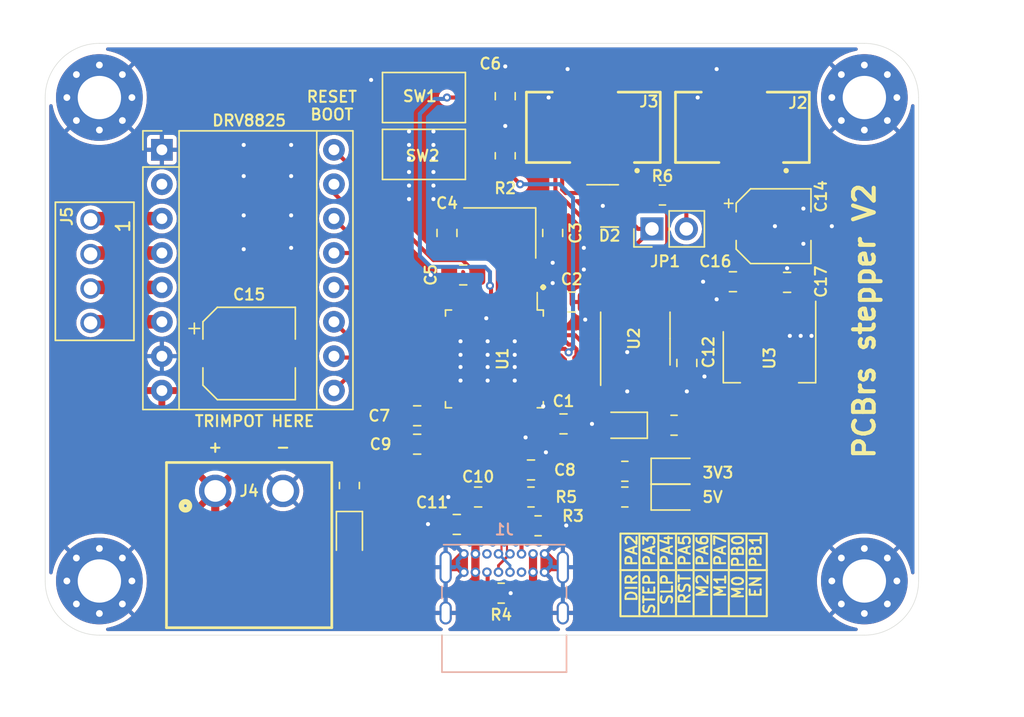
<source format=kicad_pcb>
(kicad_pcb (version 20211014) (generator pcbnew)
  (layers (0 "F.Cu" signal) (31 "B.Cu" signal) (34 "B.Paste" user) (35 "F.Paste" user) (36 "B.SilkS" user "B.Silkscreen") (37 "F.SilkS" user "F.Silkscreen") (38 "B.Mask" user) (39 "F.Mask" user) (44 "Edge.Cuts" user))
  (net 0 "")
  (net 1 "GND")
  (net 3 "Net-(A1-Pad3)")
  (net 4 "Net-(A1-Pad4)")
  (net 5 "Net-(A1-Pad5)")
  (net 6 "Net-(A1-Pad6)")
  (net 7 "+24V")
  (net 8 "/EN")
  (net 9 "/M0")
  (net 10 "/M1")
  (net 11 "/M2")
  (net 12 "/RST")
  (net 13 "/SLP")
  (net 14 "/STEP")
  (net 15 "/DIR")
  (net 16 "+3V3")
  (net 17 "Net-(C3-Pad1)")
  (net 18 "Net-(C4-Pad1)")
  (net 19 "/USB+")
  (net 20 "/USB-")
  (net 21 "+5V")
  (net 22 "/CANH")
  (net 23 "/CANL")
  (net 24 "Net-(D1-Pad1)")
  (net 25 "/USR_LED")
  (net 26 "Net-(D3-Pad1)")
  (net 27 "Net-(D4-Pad1)")
  (net 28 "Net-(D5-Pad1)")
  (net 29 "Net-(J1-PadA5)")
  (net 31 "Net-(J1-PadB5)")
  (net 33 "Net-(JP1-Pad2)")
  (net 34 "/BOOT0")
  (net 58 "/CANRX")
  (net 59 "/CANTX")
  (net 62 "/RST_M")
  (footprint "MountingHole:MountingHole_3.2mm_M3_Pad_Via" (layer "F.Cu") (at 112.25 95.7)
    (fp_text reference "H4" hide)
    (fp_text value "MountingHole_Pad")
  )
  (footprint "LED_SMD:LED_0805_2012Metric_Pad1.15x1.40mm_HandSolder" (layer "F.Cu") (at 130.7 92.43 -90)
    (fp_text reference "D3" hide)
    (fp_text value "LED_33V")
  )
  (footprint "Capacitor_SMD:C_0805_2012Metric_Pad1.18x1.45mm_HandSolder" (layer "F.Cu") (at 155.6 79.6 -90)
    (fp_text reference "C12")
    (fp_text value "100n")
  )
  (footprint "AREA_lib_Connector:690367290476" (layer "F.Cu") (at 159.7 62.2)
    (fp_text reference "J2")
    (fp_text value "CON_CAN")
  )
  (footprint "Capacitor_SMD:C_0805_2012Metric_Pad1.18x1.45mm_HandSolder" (layer "F.Cu") (at 147.1 75.1)
    (fp_text reference "C2")
    (fp_text value "100n")
  )
  (footprint "Resistor_SMD:R_0805_2012Metric_Pad1.20x1.40mm_HandSolder" (layer "F.Cu") (at 154.6575 84.2 180)
    (fp_text reference "R1" hide)
    (fp_text value "270")
  )
  (footprint "Capacitor_SMD:C_0805_2012Metric_Pad1.18x1.45mm_HandSolder" (layer "F.Cu") (at 159 73.6 180)
    (fp_text reference "C16")
    (fp_text value "10u")
  )
  (footprint "AREA_lib_Connector:Wuerth_2.54mm_4pins_61900411121" (layer "F.Cu") (at 111.6 72.83 90)
    (fp_text reference "J5")
    (fp_text value "Conn_01x04_Male")
  )
  (footprint "LED_SMD:LED_0805_2012Metric_Pad1.15x1.40mm_HandSolder" (layer "F.Cu") (at 154.825 89.5)
    (fp_text reference "D5" hide)
    (fp_text value "LED_5V")
  )
  (footprint "MountingHole:MountingHole_3.2mm_M3_Pad_Via" (layer "F.Cu") (at 112.25 60)
    (fp_text reference "H1" hide)
    (fp_text value "MountingHole_Pad")
  )
  (footprint "Resistor_SMD:R_0805_2012Metric_Pad1.20x1.40mm_HandSolder" (layer "F.Cu") (at 144.625 91.625)
    (fp_text reference "R3")
    (fp_text value "5.1k")
  )
  (footprint "MountingHole:MountingHole_3.2mm_M3_Pad_Via" (layer "F.Cu") (at 168.7 95.7)
    (fp_text reference "H3" hide)
    (fp_text value "MountingHole_Pad")
  )
  (footprint "Capacitor_SMD:C_0805_2012Metric_Pad1.18x1.45mm_HandSolder" (layer "F.Cu") (at 139.1 73.1 180)
    (fp_text reference "C5")
    (fp_text value "100n")
  )
  (footprint "Capacitor_SMD:CP_Elec_6.3x5.4" (layer "F.Cu") (at 123.3 78.9)
    (fp_text reference "C15")
    (fp_text value "47u")
  )
  (footprint "Resistor_SMD:R_0805_2012Metric_Pad1.20x1.40mm_HandSolder" (layer "F.Cu") (at 144.1 89.5 180)
    (fp_text reference "R5")
    (fp_text value "1.5k")
  )
  (footprint "Capacitor_SMD:C_0805_2012Metric_Pad1.18x1.45mm_HandSolder" (layer "F.Cu") (at 145.7 70 -90)
    (fp_text reference "C3")
    (fp_text value "18p")
  )
  (footprint "Capacitor_SMD:C_0805_2012Metric_Pad1.18x1.45mm_HandSolder" (layer "F.Cu") (at 140.2 89.5 180)
    (fp_text reference "C10")
    (fp_text value "47p")
  )
  (footprint "Module:Pololu_Breakout-16_15.2x20.3mm" (layer "F.Cu") (at 116.86 63.86)
    (fp_text reference "A1" hide)
    (fp_text value "Pololu_Breakout_DRV8825")
  )
  (footprint "Capacitor_SMD:C_0805_2012Metric_Pad1.18x1.45mm_HandSolder" (layer "F.Cu") (at 135.7 83.5 180)
    (fp_text reference "C7")
    (fp_text value "10u")
  )
  (footprint "Capacitor_SMD:C_0805_2012Metric_Pad1.18x1.45mm_HandSolder" (layer "F.Cu") (at 137.9 70 90)
    (fp_text reference "C4")
    (fp_text value "18p")
  )
  (footprint "Crystal:Crystal_SMD_5032-4Pin_5.0x3.2mm" (layer "F.Cu") (at 141.8 70 180)
    (fp_text reference "Y1" hide)
    (fp_text value "8MHz")
  )
  (footprint "Button_Switch_SMD:SW_SPST_CK_RS282G05A3" (layer "F.Cu") (at 136.2 64.2)
    (fp_text reference "SW2")
    (fp_text value "BOOT")
  )
  (footprint "LED_SMD:LED_0805_2012Metric" (layer "F.Cu") (at 151 84.2 180)
    (fp_text reference "D1" hide)
    (fp_text value "LED_DEBUG")
  )
  (footprint "Resistor_SMD:R_0805_2012Metric_Pad1.20x1.40mm_HandSolder" (layer "F.Cu") (at 151.025 87.6)
    (fp_text reference "R8" hide)
    (fp_text value "270")
  )
  (footprint "Package_TO_SOT_SMD:SOT-23" (layer "F.Cu") (at 149.9 68)
    (fp_text reference "D2")
    (fp_text value "TVS")
  )
  (footprint "Resistor_SMD:R_0805_2012Metric_Pad1.20x1.40mm_HandSolder" (layer "F.Cu") (at 141.9 96.6)
    (fp_text reference "R4")
    (fp_text value "5.1k")
  )
  (footprint "Resistor_SMD:R_0805_2012Metric_Pad1.20x1.40mm_HandSolder" (layer "F.Cu") (at 151.025 89.5)
    (fp_text reference "R9" hide)
    (fp_text value "560")
  )
  (footprint "Resistor_SMD:R_0805_2012Metric_Pad1.20x1.40mm_HandSolder" (layer "F.Cu") (at 153.8 67.2)
    (fp_text reference "R6")
    (fp_text value "120")
  )
  (footprint "Package_TO_SOT_SMD:SOT-223-3_TabPin2" (layer "F.Cu") (at 161.7 79.15 -90)
    (fp_text reference "U3")
    (fp_text value "NCP1117-3.3_SOT223")
  )
  (footprint "Package_SO:SOIC-8_3.9x4.9mm_P1.27mm" (layer "F.Cu") (at 151.8 77.8 90)
    (fp_text reference "U2")
    (fp_text value "SN65HVD232")
  )
  (footprint "Capacitor_SMD:C_0805_2012Metric_Pad1.18x1.45mm_HandSolder" (layer "F.Cu") (at 138.625 91.525 180)
    (fp_text reference "C11")
    (fp_text value "10u")
  )
  (footprint "AREA_lib_Connector:690367290476" (layer "F.Cu") (at 148.7 62.2)
    (fp_text reference "J3")
    (fp_text value "CON_CAN")
  )
  (footprint "Capacitor_SMD:C_0805_2012Metric_Pad1.18x1.45mm_HandSolder" (layer "F.Cu") (at 146.5 84.1)
    (fp_text reference "C1")
    (fp_text value "100n")
  )
  (footprint "Capacitor_SMD:C_0805_2012Metric_Pad1.18x1.45mm_HandSolder" (layer "F.Cu") (at 135.7 85.6 180)
    (fp_text reference "C9")
    (fp_text value "100n")
  )
  (footprint "Resistor_SMD:R_0805_2012Metric_Pad1.20x1.40mm_HandSolder" (layer "F.Cu") (at 130.7 88.65 -90)
    (fp_text reference "R7" hide)
    (fp_text value "10k")
  )
  (footprint "Capacitor_SMD:C_0805_2012Metric_Pad1.18x1.45mm_HandSolder" (layer "F.Cu") (at 163 73.65)
    (fp_text reference "C17")
    (fp_text value "10u")
  )
  (footprint "AREA_lib_Connector:Wuerth_batcon_691313710002" (layer "F.Cu") (at 123.3 89.05)
    (fp_text reference "J4")
    (fp_text value "12V")
  )
  (footprint "Connector_PinHeader_2.54mm:PinHeader_1x02_P2.54mm_Vertical" (layer "F.Cu") (at 153.025 69.7 90)
    (fp_text reference "JP1")
    (fp_text value "JUMPER")
  )
  (footprint "Capacitor_SMD:C_0805_2012Metric_Pad1.18x1.45mm_HandSolder" (layer "F.Cu") (at 142.2 59.9 90)
    (fp_text reference "C6")
    (fp_text value "100n")
  )
  (footprint "Capacitor_SMD:C_0805_2012Metric_Pad1.18x1.45mm_HandSolder" (layer "F.Cu") (at 144.1 87.5)
    (fp_text reference "C8")
    (fp_text value "47p")
  )
  (footprint "LED_SMD:LED_0805_2012Metric_Pad1.15x1.40mm_HandSolder" (layer "F.Cu") (at 154.825 87.6)
    (fp_text reference "D4" hide)
    (fp_text value "LED_33V")
  )
  (footprint "MountingHole:MountingHole_3.2mm_M3_Pad_Via" (layer "F.Cu") (at 168.7 60)
    (fp_text reference "H2" hide)
    (fp_text value "MountingHole_Pad")
  )
  (footprint "Button_Switch_SMD:SW_SPST_CK_RS282G05A3" (layer "F.Cu") (at 136.2 60)
    (fp_text reference "SW1")
    (fp_text value "RST")
  )
  (footprint "Package_QFP:LQFP-48_7x7mm_P0.5mm" (layer "F.Cu") (at 141.4 79.3 -90)
    (fp_text reference "U1")
    (fp_text value "STM32F302C6Tx")
  )
  (footprint "Capacitor_SMD:CP_Elec_5x5.4" (layer "F.Cu") (at 162 69.5)
    (fp_text reference "C14")
    (fp_text value "10u")
  )
  (footprint "Resistor_SMD:R_0805_2012Metric_Pad1.20x1.40mm_HandSolder" (layer "F.Cu") (at 142.2 64.3 -90)
    (fp_text reference "R2")
    (fp_text value "10k")
  )
  (footprint "Connector_USB:USB_C_Receptacle_GCT_USB4085" (layer "B.Cu") (at 145.1 93.7 180)
    (fp_text reference "J1")
    (fp_text value "USB_C_Receptacle_USB2.0")
  )
  (gr_line (start 160 92.2) (end 160 98.3) (layer "F.SilkS") (width 0.1524))
  (gr_line (start 150.7 94.9) (end 150.7 98.3) (layer "F.SilkS") (width 0.1524))
  (gr_line (start 153.5 92.2) (end 153.5 98.3) (layer "F.SilkS") (width 0.1524))
  (gr_line (start 150.7 94.9) (end 161.5 94.9) (layer "F.SilkS") (width 0.1524))
  (gr_line (start 156.1 92.2) (end 156.1 98.3) (layer "F.SilkS") (width 0.1524))
  (gr_line (start 157.4 92.2) (end 157.4 98.3) (layer "F.SilkS") (width 0.1524))
  (gr_line (start 161.5 94.9) (end 161.5 92.2) (layer "F.SilkS") (width 0.1524))
  (gr_line (start 158.7 92.2) (end 158.7 98.3) (layer "F.SilkS") (width 0.1524))
  (gr_line (start 150.7 92.2) (end 150.7 94.9) (layer "F.SilkS") (width 0.1524))
  (gr_line (start 150.7 98.3) (end 161.5 98.3) (layer "F.SilkS") (width 0.1524))
  (gr_line (start 154.8 92.2) (end 154.8 98.3) (layer "F.SilkS") (width 0.1524))
  (gr_line (start 152.1 92.2) (end 152.1 98.3) (layer "F.SilkS") (width 0.1524))
  (gr_line (start 161.5 98.3) (end 161.5 94.9) (layer "F.SilkS") (width 0.1524))
  (gr_line (start 161.5 92.2) (end 150.7 92.2) (layer "F.SilkS") (width 0.1524))
  (gr_line (start 172.7 60) (end 172.7 95.7) (layer "Edge.Cuts") (width 0.0381))
  (gr_arc (start 112.25 99.7) (mid 109.421573 98.528427) (end 108.25 95.7) (layer "Edge.Cuts") (width 0.0381))
  (gr_line (start 112.25 56) (end 168.7 56) (layer "Edge.Cuts") (width 0.0381))
  (gr_line (start 108.25 95.7) (end 108.25 60) (layer "Edge.Cuts") (width 0.0381))
  (gr_arc (start 168.7 56) (mid 171.528427 57.171573) (end 172.7 60) (layer "Edge.Cuts") (width 0.0381))
  (gr_arc (start 108.25 60) (mid 109.421573 57.171573) (end 112.25 56) (layer "Edge.Cuts") (width 0.0381))
  (gr_arc (start 172.7 95.7) (mid 171.528427 98.528427) (end 168.7 99.7) (layer "Edge.Cuts") (width 0.0381))
  (gr_line (start 168.7 99.7) (end 112.25 99.7) (layer "Edge.Cuts") (width 0.0381))
  (gr_text ".\n" (at 145 73.4) (layer "F.SilkS") (effects (font (size 1.5 1.5) (thickness 0.3))))
  (gr_text "3V3" (at 157.9 87.7) (layer "F.SilkS") (effects (font (size 0.8128 0.8128) (thickness 0.1524))))
  (gr_text "DRV8825" (at 123.3 61.7) (layer "F.SilkS") (effects (font (size 0.8128 0.8128) (thickness 0.1524))))
  (gr_text "DIR PA2\nSTEP PA3\nSLP PA4\nRST PA5\nM2 PA6\nM1 PA7\nM0 PB0\nEN PB1" (at 156.1 92.2 90) (layer "F.SilkS") (effects (font (size 0.8128 0.8128) (thickness 0.1524)) (justify right)))
  (gr_text "PCBrs stepper V2" (at 168.7 76.5 90) (layer "F.SilkS") (effects (font (size 1.524 1.524) (thickness 0.3048))))
  (gr_text "-\n" (at 125.8 85.8) (layer "F.SilkS") (effects (font (size 0.8128 0.8128) (thickness 0.1524))))
  (gr_text "5V" (at 157.5 89.5) (layer "F.SilkS") (effects (font (size 0.8128 0.8128) (thickness 0.1524))))
  (gr_text "RESET\nBOOT" (at 129.4 60.6) (layer "F.SilkS") (effects (font (size 0.8128 0.8128) (thickness 0.1524))))
  (gr_text "TRIMPOT HERE" (at 123.7 83.9) (layer "F.SilkS") (effects (font (size 0.8128 0.8128) (thickness 0.1524))))
  (gr_text "+" (at 120.8 85.8) (layer "F.SilkS") (effects (font (size 0.8128 0.8128) (thickness 0.1524))))
  (segment (start 146.45 94.68) (end 146.08 94.68) (width 0.6) (layer "F.Cu") (net 1))
  (segment (start 145.1 93.7) (end 145.1 95.05) (width 0.6) (layer "F.Cu") (net 1))
  (segment (start 143.65 83.4625) (end 143.65 85.05) (width 0.3) (layer "F.Cu") (net 1))
  (segment (start 135.45 81.55) (end 135.4 81.6) (width 0.3) (layer "F.Cu") (net 1))
  (segment (start 137.8 94.68) (end 138.17 94.68) (width 0.6) (layer "F.Cu") (net 1))
  (segment (start 140.65 75.1375) (end 140.65 76.15) (width 0.3) (layer "F.Cu") (net 1))
  (segment (start 164 73.6875) (end 164.0375 73.65) (width 1) (layer "F.Cu") (net 1))
  (segment (start 145.5625 77.05) (end 147.45 77.05) (width 0.3) (layer "F.Cu") (net 1))
  (segment (start 145.47 94.68) (end 145.1 95.05) (width 0.6) (layer "F.Cu") (net 1))
  (segment (start 146.08 94.68) (end 145.1 93.7) (width 0.6) (layer "F.Cu") (net 1))
  (segment (start 137.2375 81.55) (end 138.25 81.55) (width 0.3) (layer "F.Cu") (net 1))
  (segment (start 164 76) (end 164 73.6875) (width 1) (layer "F.Cu") (net 1))
  (segment (start 138.17 94.68) (end 139.15 93.7) (width 0.6) (layer "F.Cu") (net 1))
  (segment (start 143.65 85.05) (end 143.7 85.1) (width 0.3) (layer "F.Cu") (net 1))
  (segment (start 146.45 94.68) (end 145.47 94.68) (width 0.6) (layer "F.Cu") (net 1))
  (segment (start 139.15 95.05) (end 139.15 93.7) (width 0.6) (layer "F.Cu") (net 1))
  (segment (start 138.25 81.55) (end 138.9 80.9) (width 0.3) (layer "F.Cu") (net 1))
  (segment (start 140.65 76.15) (end 140.8 76.3) (width 0.3) (layer "F.Cu") (net 1))
  (segment (start 137.2375 81.55) (end 135.45 81.55) (width 0.3) (layer "F.Cu") (net 1))
  (segment (start 138.78 94.68) (end 139.15 95.05) (width 0.6) (layer "F.Cu") (net 1))
  (segment (start 147.45 77.05) (end 148.1 76.4) (width 0.3) (layer "F.Cu") (net 1))
  (segment (start 137.8 94.68) (end 138.78 94.68) (width 0.6) (layer "F.Cu") (net 1))
  (via (at 136.9 64.5) (size 0.6) (drill 0.3) (layers "F.Cu" "B.Cu") (net 1))
  (via (at 136.9 65.5) (size 0.6) (drill 0.3) (layers "F.Cu" "B.Cu") (net 1))
  (via (at 126.4 63.5) (size 0.6) (drill 0.3) (layers "F.Cu" "B.Cu") (net 1))
  (via (at 166.3 69.5) (size 0.6) (drill 0.3) (layers "F.Cu" "B.Cu") (net 1))
  (via (at 156.9 80.6) (size 0.6) (drill 0.3) (layers "F.Cu" "B.Cu") (net 1))
  (via (at 126.4 68.7) (size 0.6) (drill 0.3) (layers "F.Cu" "B.Cu") (net 1))
  (via (at 142.6 96.6) (size 0.6) (drill 0.3) (layers "F.Cu" "B.Cu") (net 1))
  (via (at 146.7 91.6) (size 0.6) (drill 0.3) (layers "F.Cu" "B.Cu") (net 1))
  (via (at 142.2 62.1) (size 0.6) (drill 0.3) (layers "F.Cu" "B.Cu") (net 1))
  (via (at 148 72.7) (size 0.6) (drill 0.3) (layers "F.Cu" "B.Cu") (net 1))
  (via (at 136.9 66.5) (size 0.6) (drill 0.3) (layers "F.Cu" "B.Cu") (net 1))
  (via (at 145.7 72.2) (size 0.6) (drill 0.3) (layers "F.Cu" "B.Cu") (net 1))
  (via (at 138 89.5) (size 0.6) (drill 0.3) (layers "F.Cu" "B.Cu") (net 1))
  (via (at 138.9 80.9) (size 0.6) (drill 0.3) (layers "F.Cu" "B.Cu") (net 1))
  (via (at 146.8 57.9) (size 0.6) (drill 0.3) (layers "F.Cu" "B.Cu") (net 1))
  (via (at 151.2 78.8) (size 0.6) (drill 0.3) (layers "F.Cu" "B.Cu") (net 1))
  (via (at 122.9 65.8) (size 0.6) (drill 0.3) (layers "F.Cu" "B.Cu") (net 1))
  (via (at 142.9 78) (size 0.6) (drill 0.3) (layers "F.Cu" "B.Cu") (net 1))
  (via (at 142.9 79.9) (size 0.6) (drill 0.3) (layers "F.Cu" "B.Cu") (net 1))
  (via (at 156.4 60) (size 0.6) (drill 0.3) (layers "F.Cu" "B.Cu") (net 1))
  (via (at 162.1 69.5) (size 0.6) (drill 0.3) (layers "F.Cu" "B.Cu") (net 1))
  (via (at 136.9 62.5) (size 0.6) (drill 0.3) (layers "F.Cu" "B.Cu") (net 1))
  (via (at 140.9 80.9) (size 0.6) (drill 0.3) (layers "F.Cu" "B.Cu") (net 1))
  (via (at 135.1 66.5) (size 0.6) (drill 0.3) (layers "F.Cu" "B.Cu") (net 1))
  (via (at 142.2 57.7) (size 0.6) (drill 0.3) (layers "F.Cu" "B.Cu") (net 1))
  (via (at 126.4 71.1) (size 0.6) (drill 0.3) (layers "F.Cu" "B.Cu") (net 1))
  (via (at 122.9 68.7) (size 0.6) (drill 0.3) (layers "F.Cu" "B.Cu") (net 1))
  (via (at 140.8 76.3) (size 0.6) (drill 0.3) (layers "F.Cu" "B.Cu") (net 1))
  (via (at 136.9 63.5) (size 0.6) (drill 0.3) (layers "F.Cu" "B.Cu") (net 1))
  (via (at 157.8 57.9) (size 0.6) (drill 0.3) (layers "F.Cu" "B.Cu") (net 1))
  (via (at 132.3 58.7) (size 0.6) (drill 0.3) (layers "F.Cu" "B.Cu") (net 1))
  (via (at 164 77.6) (size 0.6) (drill 0.3) (layers "F.Cu" "B.Cu") (net 1))
  (via (at 155.6 81.7) (size 0.6) (drill 0.3) (layers "F.Cu" "B.Cu") (net 1))
  (via (at 135.1 67.5) (size 0.6) (drill 0.3) (layers "F.Cu" "B.Cu") (net 1))
  (via (at 126.4 65.8) (size 0.6) (drill 0.3) (layers "F.Cu" "B.Cu") (net 1))
  (via (at 122.9 71.2) (size 0.6) (drill 0.3) (layers "F.Cu" "B.Cu") (net 1))
  (via (at 156.8 73.6) (size 0.6) (drill 0.3) (layers "F.Cu" "B.Cu") (net 1))
  (via (at 164.8 77.6) (size 0.6) (drill 0.3) (layers "F.Cu" "B.Cu") (net 1))
  (via (at 136.7 73.1) (size 0.6) (drill 0.3) (layers "F.Cu" "B.Cu") (net 1))
  (via (at 122.9 63.5) (size 0.6) (drill 0.3) (layers "F.Cu" "B.Cu") (net 1))
  (via (at 138.9 79.9) (size 0.6) (drill 0.3) (layers "F.Cu" "B.Cu") (net 1))
  (via (at 136.9 67.5) (size 0.6) (drill 0.3) (layers "F.Cu" "B.Cu") (net 1))
  (via (at 135.1 62.5) (size 0.6) (drill 0.3) (layers "F.Cu" "B.Cu") (net 1))
  (via (at 157.8 74.9) (size 0.6) (drill 0.3) (layers "F.Cu" "B.Cu") (net 1))
  (via (at 164.2 68.2) (size 0.6) (drill 0.3) (layers "F.Cu" "B.Cu") (net 1))
  (via (at 135.1 63.5) (size 0.6) (drill 0.3) (layers "F.Cu" "B.Cu") (net 1))
  (via (at 145.2 86.2) (size 0.6) (drill 0.3) (layers "F.Cu" "B.Cu") (net 1))
  (via (at 151.2 81.7) (size 0.6) (drill 0.3) (layers "F.Cu" "B.Cu") (net 1))
  (via (at 138.9 78) (size 0.6) (drill 0.3) (layers "F.Cu" "B.Cu") (net 1))
  (via (at 145 82.8) (size 0.6) (drill 0.3) (layers "F.Cu" "B.Cu") (net 1))
  (via (at 140.9 78) (size 0.6) (drill 0.3) (layers "F.Cu" "B.Cu") (net 1))
  (via (at 142.9 79) (size 0.6) (drill 0.3) (layers "F.Cu" "B.Cu") (net 1))
  (via (at 148 71.1) (size 0.6) (drill 0.3) (layers "F.Cu" "B.Cu") (net 1))
  (via (at 135.1 64.5) (size 0.6) (drill 0.3) (layers "F.Cu" "B.Cu") (net 1))
  (via (at 136.5 91.5) (size 0.6) (drill 0.3) (layers "F.Cu" "B.Cu") (net 1))
  (via (at 148.6 84.1) (size 0.6) (drill 0.3) (layers "F.Cu" "B.Cu") (net 1))
  (via (at 140.9 79) (size 0.6) (drill 0.3) (layers "F.Cu" "B.Cu") (net 1))
  (via (at 135.1 65.5) (size 0.6) (drill 0.3) (layers "F.Cu" "B.Cu") (net 1))
  (via (at 145.4 60) (size 0.6) (drill 0.3) (layers "F.Cu" "B.Cu") (net 1))
  (via (at 142.9 80.9) (size 0.6) (drill 0.3) (layers "F.Cu" "B.Cu") (net 1))
  (via (at 163.2 77.6) (size 0.6) (drill 0.3) (layers "F.Cu" "B.Cu") (net 1))
  (via (at 140.9 79.9) (size 0.6) (drill 0.3) (layers "F.Cu" "B.Cu") (net 1))
  (via (at 164.2 70.8) (size 0.6) (drill 0.3) (layers "F.Cu" "B.Cu") (net 1))
  (via (at 138.9 79) (size 0.6) (drill 0.3) (layers "F.Cu" "B.Cu") (net 1))
  (via (at 148.1 76.4) (size 0.6) (drill 0.3) (layers "F.Cu" "B.Cu") (net 1))
  (via (at 143.7 85.1) (size 0.6) (drill 0.3) (layers "F.Cu" "B.Cu") (net 1))
  (via (at 145.7 73.7) (size 0.6) (drill 0.3) (layers "F.Cu" "B.Cu") (net 1))
  (via (at 163 72.6) (size 0.6) (drill 0.3) (layers "F.Cu" "B.Cu") (net 1))
  (via (at 149.4 68) (size 0.6) (drill 0.3) (layers "F.Cu" "B.Cu") (net 1))
  (segment (start 111.68 68.94) (end 111.6 69.02) (width 1) (layer "F.Cu") (net 3))
  (segment (start 116.86 68.94) (end 111.68 68.94) (width 1) (layer "F.Cu") (net 3))
  (segment (start 111.68 71.48) (end 111.6 71.56) (width 1) (layer "F.Cu") (net 4))
  (segment (start 116.86 71.48) (end 111.68 71.48) (width 1) (layer "F.Cu") (net 4))
  (segment (start 111.68 74.02) (end 111.6 74.1) (width 1) (layer "F.Cu") (net 5))
  (segment (start 116.86 74.02) (end 111.68 74.02) (width 1) (layer "F.Cu") (net 5))
  (segment (start 116.86 76.56) (end 111.68 76.56) (width 1) (layer "F.Cu") (net 6))
  (segment (start 111.68 76.56) (end 111.6 76.64) (width 1) (layer "F.Cu") (net 6))
  (segment (start 122.055 93.455) (end 130.7 93.455) (width 0.6) (layer "F.Cu") (net 7))
  (segment (start 120.8 89.05) (end 120.8 92.2) (width 0.6) (layer "F.Cu") (net 7))
  (segment (start 120.8 92.2) (end 122.055 93.455) (width 0.6) (layer "F.Cu") (net 7))
  (segment (start 131.65 79.55) (end 129.56 81.64) (width 0.3) (layer "F.Cu") (net 8))
  (segment (start 137.2375 79.55) (end 131.65 79.55) (width 0.3) (layer "F.Cu") (net 8))
  (segment (start 131.45 79.05) (end 137.2375 79.05) (width 0.3) (layer "F.Cu") (net 9))
  (segment (start 131.3 79.2) (end 131.45 79.05) (width 0.3) (layer "F.Cu") (net 9))
  (segment (start 129.56 79.1) (end 129.66 79.2) (width 0.3) (layer "F.Cu") (net 9))
  (segment (start 129.66 79.2) (end 131.3 79.2) (width 0.3) (layer "F.Cu") (net 9))
  (segment (start 129.56 76.56) (end 131.55 78.55) (width 0.3) (layer "F.Cu") (net 10))
  (segment (start 131.55 78.55) (end 137.2375 78.55) (width 0.3) (layer "F.Cu") (net 10))
  (segment (start 131.2 76.7) (end 132.55 78.05) (width 0.3) (layer "F.Cu") (net 11))
  (segment (start 132.55 78.05) (end 137.2375 78.05) (width 0.3) (layer "F.Cu") (net 11))
  (segment (start 131.2 74.6) (end 131.2 76.7) (width 0.3) (layer "F.Cu") (net 11))
  (segment (start 129.56 74.02) (end 130.62 74.02) (width 0.3) (layer "F.Cu") (net 11))
  (segment (start 130.62 74.02) (end 131.2 74.6) (width 0.3) (layer "F.Cu") (net 11))
  (segment (start 141.2625 60) (end 142.2 60.9375) (width 0.3) (layer "F.Cu") (net 12))
  (segment (start 140.1 60) (end 137.9 60) (width 0.3) (layer "F.Cu") (net 12))
  (segment (start 140.1 60) (end 141.2625 60) (width 0.3) (layer "F.Cu") (net 12))
  (segment (start 141.15 73.968643) (end 141.072883 73.891526) (width 0.3) (layer "F.Cu") (net 12))
  (segment (start 141.15 75.1375) (end 141.15 73.968643) (width 0.3) (layer "F.Cu") (net 12))
  (via (at 141.072883 73.891526) (size 0.6) (drill 0.3) (layers "F.Cu" "B.Cu") (net 12))
  (via (at 137.9 60) (size 0.6) (drill 0.3) (layers "F.Cu" "B.Cu") (net 12))
  (segment (start 136.7 72.5) (end 135.9 71.7) (width 0.3) (layer "B.Cu") (net 12))
  (segment (start 135.9 71.7) (end 135.9 61.2) (width 0.3) (layer "B.Cu") (net 12))
  (segment (start 137.8 60.1) (end 137.9 60) (width 0.3) (layer "B.Cu") (net 12))
  (segment (start 141.072883 72.872883) (end 140.7 72.5) (width 0.3) (layer "B.Cu") (net 12))
  (segment (start 141.072883 73.891526) (end 141.072883 72.872883) (width 0.3) (layer "B.Cu") (net 12))
  (segment (start 140.7 72.5) (end 136.7 72.5) (width 0.3) (layer "B.Cu") (net 12))
  (segment (start 135.9 61.2) (end 137 60.1) (width 0.3) (layer "B.Cu") (net 12))
  (segment (start 137 60.1) (end 137.8 60.1) (width 0.3) (layer "B.Cu") (net 12))
  (segment (start 133 72.38) (end 133 75.8) (width 0.3) (layer "F.Cu") (net 13))
  (segment (start 134.25 77.05) (end 137.2375 77.05) (width 0.3) (layer "F.Cu") (net 13))
  (segment (start 129.56 68.94) (end 133 72.38) (width 0.3) (layer "F.Cu") (net 13))
  (segment (start 133 75.8) (end 134.25 77.05) (width 0.3) (layer "F.Cu") (net 13))
  (segment (start 133.9 75.3) (end 135.15 76.55) (width 0.3) (layer "F.Cu") (net 14))
  (segment (start 135.15 76.55) (end 137.2375 76.55) (width 0.3) (layer "F.Cu") (net 14))
  (segment (start 133.9 71.4) (end 133.9 75.3) (width 0.3) (layer "F.Cu") (net 14))
  (segment (start 129.56 67.06) (end 133.9 71.4) (width 0.3) (layer "F.Cu") (net 14))
  (segment (start 129.56 66.4) (end 129.56 67.06) (width 0.3) (layer "F.Cu") (net 14))
  (segment (start 131.4 67.518411) (end 134.8 70.918411) (width 0.3) (layer "F.Cu") (net 15))
  (segment (start 134.8 74.3) (end 135.6375 75.1375) (width 0.3) (layer "F.Cu") (net 15))
  (segment (start 131.4 65.7) (end 131.4 67.518411) (width 0.3) (layer "F.Cu") (net 15))
  (segment (start 129.56 63.86) (end 131.4 65.7) (width 0.3) (layer "F.Cu") (net 15))
  (segment (start 135.6375 75.1375) (end 138.65 75.1375) (width 0.3) (layer "F.Cu") (net 15))
  (segment (start 134.8 70.918411) (end 134.8 74.3) (width 0.3) (layer "F.Cu") (net 15))
  (segment (start 140.15 76.536007) (end 140.540494 76.926501) (width 0.4) (layer "F.Cu") (net 16))
  (segment (start 152.5375 78.5625) (end 155.6 78.5625) (width 0.6) (layer "F.Cu") (net 16))
  (segment (start 136.7375 83.5) (end 136.7375 82.05) (width 0.3) (layer "F.Cu") (net 16))
  (segment (start 140.1375 73.1) (end 139.0375 72) (width 0.3) (layer "F.Cu") (net 16))
  (segment (start 144.15 82.05) (end 144.15 76.65) (width 0.4) (layer "F.Cu") (net 16))
  (segment (start 161.1 86) (end 161.7 86.6) (width 0.6) (layer "F.Cu") (net 16))
  (segment (start 144.25 76.55) (end 145.5625 76.55) (width 0.4) (layer "F.Cu") (net 16))
  (segment (start 144.15 83.4625) (end 144.15 82.05) (width 0.4) (layer "F.Cu") (net 16))
  (segment (start 136.7375 85.6) (end 136.7375 83.5) (width 0.4) (layer "F.Cu") (net 16))
  (segment (start 161.4625 78.5625) (end 161.7 78.8) (width 0.6) (layer "F.Cu") (net 16))
  (segment (start 161 87.6) (end 161.7 86.9) (width 0.6) (layer "F.Cu") (net 16))
  (segment (start 144.15 83.95) (end 144.3 84.1) (width 0.4) (layer "F.Cu") (net 16))
  (segment (start 161.1 85.8) (end 161.7 85.2) (width 0.6) (layer "F.Cu") (net 16))
  (segment (start 161.7 85) (end 161.7 82.3) (width 0.6) (layer "F.Cu") (net 16))
  (segment (start 161.7 79.1) (end 161.7 82.3) (width 0.6) (layer "F.Cu") (net 16))
  (segment (start 161.7 76) (end 161.7 78.1) (width 0.6) (layer "F.Cu") (net 16))
  (segment (start 144.3 84.1) (end 145.4625 84.1) (width 0.4) (layer "F.Cu") (net 16))
  (segment (start 161.7 85.2) (end 161.7 85) (width 0.6) (layer "F.Cu") (net 16))
  (segment (start 161.2375 78.5625) (end 161.2375 78.6375) (width 0.6) (layer "F.Cu") (net 16))
  (segment (start 161.7 86.6) (end 161.7 85.9) (width 0.6) (layer "F.Cu") (net 16))
  (segment (start 155.6 78.5625) (end 161.1625 78.5625) (width 0.6) (layer "F.Cu") (net 16))
  (segment (start 146.5 85.1375) (end 146.5 85.8) (width 0.6) (layer "F.Cu") (net 16))
  (segment (start 161.7 78.8) (end 161.7 79.1) (width 0.6) (layer "F.Cu") (net 16))
  (segment (start 136.9 72) (end 132.3 67.4) (width 0.3) (layer "F.Cu") (net 16))
  (segment (start 146.5 85.8) (end 161.1 85.8) (width 0.6) (layer "F.Cu") (net 16))
  (segment (start 161.9625 75.7375) (end 161.7 76) (width 0.6) (layer "F.Cu") (net 16))
  (segment (start 146.55 75.5875) (end 146.0625 75.1) (width 0.4) (layer "F.Cu") (net 16))
  (segment (start 161.1 85.8) (end 161.6 85.8) (width 0.6) (layer "F.Cu") (net 16))
  (segment (start 137.2375 82.05) (end 144.15 82.05) (width 0.4) (layer "F.Cu") (net 16))
  (segment (start 132.3 67.4) (end 132.3 64.2) (width 0.3) (layer "F.Cu") (net 16))
  (segment (start 145.1 89.5) (end 146.1 89.5) (width 0.6) (layer "F.Cu") (net 16))
  (segment (start 161.7 78.1) (end 161.7 78.8) (width 0.6) (layer "F.Cu") (net 16))
  (segment (start 161.2375 78.5625) (end 161.7 78.1) (width 0.6) (layer "F.Cu") (net 16))
  (segment (start 161.7 86.9) (end 161.7 86.6) (width 0.6) (layer "F.Cu") (net 16))
  (segment (start 146.1 89.5) (end 146.5 89.1) (width 0.6) (layer "F.Cu") (net 16))
  (segment (start 145.4625 84.1) (end 146.5 85.1375) (width 0.6) (layer "F.Cu") (net 16))
  (segment (start 146.5 89.1) (end 146.5 85.8) (width 0.6) (layer "F.Cu") (net 16))
  (segment (start 140.540494 76.926501) (end 143.873499 76.926501) (width 0.4) (layer "F.Cu") (net 16))
  (segment (start 145.5625 76.55) (end 146.15 76.55) (width 0.4) (layer "F.Cu") (net 16))
  (segment (start 146.15 76.55) (end 146.55 76.15) (width 0.4) (layer "F.Cu") (net 16))
  (segment (start 143.873499 76.926501) (end 144.25 76.55) (width 0.4) (layer "F.Cu") (net 16))
  (segment (start 161.1 85.8) (end 161.1 86) (width 0.6) (layer "F.Cu") (net 16))
  (segment (start 161.1625 78.5625) (end 161.4625 78.5625) (width 0.6) (layer "F.Cu") (net 16))
  (segment (start 139.0375 72) (end 136.9 72) (width 0.3) (layer "F.Cu") (net 16))
  (segment (start 161.9625 73.65) (end 161.9625 75.7375) (width 0.6) (layer "F.Cu") (net 16))
  (segment (start 140.15 73.4125) (end 139.8375 73.1) (width 0.4) (layer "F.Cu") (net 16))
  (segment (start 144.15 76.65) (end 144.25 76.55) (width 0.4) (layer "F.Cu") (net 16))
  (segment (start 152.435 80.275) (end 152.435 78.665) (width 0.6) (layer "F.Cu") (net 16))
  (segment (start 144.15 83.4625) (end 144.15 83.95) (width 0.4) (layer "F.Cu") (net 16))
  (segment (start 140.15 74.15) (end 140.15 73.4125) (width 0.4) (layer "F.Cu") (net 16))
  (segment (start 161.1625 78.5625) (end 161.2375 78.5625) (width 0.6) (layer "F.Cu") (net 16))
  (segment (start 145.775 84.4125) (end 145.4625 84.1) (width 0.3) (layer "F.Cu") (net 16))
  (segment (start 161.7 85.9) (end 161.7 85) (width 0.6) (layer "F.Cu") (net 16))
  (segment (start 152.435 78.665) (end 152.5375 78.5625) (width 0.6) (layer "F.Cu") (net 16))
  (segment (start 161.6 85.8) (end 161.7 85.9) (width 0.6) (layer "F.Cu") (net 16))
  (segment (start 161.2375 78.6375) (end 161.7 79.1) (width 0.6) (layer "F.Cu") (net 16))
  (segment (start 155.85 87.6) (end 161 87.6) (width 0.6) (layer "F.Cu") (net 16))
  (segment (start 136.7375 82.05) (end 137.2375 82.05) (width 0.3) (layer "F.Cu") (net 16))
  (segment (start 146.55 76.15) (end 146.55 75.5875) (width 0.4) (layer "F.Cu") (net 16))
  (segment (start 140.15 75.1375) (end 140.15 74.15) (width 0.3) (layer "F.Cu") (net 16))
  (segment (start 140.15 75.1375) (end 140.15 76.536007) (width 0.4) (layer "F.Cu") (net 16))
  (segment (start 143.3 69) (end 142.15 70.15) (width 0.3) (layer "F.Cu") (net 17))
  (segment (start 143.45 69) (end 143.3 69) (width 0.3) (layer "F.Cu") (net 17))
  (segment (start 145.6625 69) (end 145.7 68.9625) (width 0.3) (layer "F.Cu") (net 17))
  (segment (start 142.15 70.15) (end 142.15 75.1375) (width 0.3) (layer "F.Cu") (net 17))
  (segment (start 143.45 69) (end 145.6625 69) (width 0.3) (layer "F.Cu") (net 17))
  (segment (start 137.9375 71) (end 137.9 71.0375) (width 0.3) (layer "F.Cu") (net 18))
  (segment (start 141.4 71) (end 141.65 71.25) (width 0.3) (layer "F.Cu") (net 18))
  (segment (start 140.15 71) (end 137.9375 71) (width 0.3) (layer "F.Cu") (net 18))
  (segment (start 140.15 71) (end 141.4 71) (width 0.3) (layer "F.Cu") (net 18))
  (segment (start 141.65 71.25) (end 141.65 75.1375) (width 0.3) (layer "F.Cu") (net 18))
  (segment (start 143.0625 89.4625) (end 143.0625 87.5) (width 0.15) (layer "F.Cu") (net 19))
  (segment (start 142.7 87.1375) (end 142.7 86.6) (width 0.15) (layer "F.Cu") (net 19))
  (segment (start 142.6032 85.2) (end 142.603201 83.509299) (width 0.1524) (layer "F.Cu") (net 19))
  (segment (start 142.3282 90.2718) (end 143.1 89.5) (width 0.15) (layer "F.Cu") (net 19))
  (segment (start 143.0625 87.5) (end 142.7 87.1375) (width 0.15) (layer "F.Cu") (net 19))
  (segment (start 142.603201 83.509299) (end 142.65 83.4625) (width 0.1524) (layer "F.Cu") (net 19))
  (segment (start 143.1 89.5) (end 143.0625 89.4625) (width 0.15) (layer "F.Cu") (net 19))
  (segment (start 141.7 95.05) (end 141.7 94.55) (width 0.2) (layer "F.Cu") (net 19))
  (segment (start 142.3282 90.9) (end 142.3282 90.2718) (width 0.15) (layer "F.Cu") (net 19))
  (segment (start 142.55 93.7) (end 142.328201 93.478201) (width 0.1524) (layer "F.Cu") (net 19))
  (segment (start 142.328201 93.478201) (end 142.3282 90.9) (width 0.1524) (layer "F.Cu") (net 19))
  (segment (start 142.7 86.6) (end 142.7 85.2968) (width 0.1524) (layer "F.Cu") (net 19))
  (segment (start 142.7 85.2968) (end 142.6032 85.2) (width 0.1524) (layer "F.Cu") (net 19))
  (segment (start 141.7 94.55) (end 142.55 93.7) (width 0.2) (layer "F.Cu") (net 19))
  (segment (start 141.9218 90.1843) (end 141.2375 89.5) (width 0.15) (layer "F.Cu") (net 20))
  (segment (start 142.1 85.2968) (end 142.1968 85.2) (width 0.1524) (layer "F.Cu") (net 20))
  (segment (start 141.921799 93.478201) (end 141.9218 90.9) (width 0.1524) (layer "F.Cu") (net 20))
  (segment (start 141.9218 90.9) (end 141.9218 90.1843) (width 0.15) (layer "F.Cu") (net 20))
  (segment (start 141.7 93.7) (end 141.921799 93.478201) (width 0.1524) (layer "F.Cu") (net 20))
  (segment (start 142.1968 85.2) (end 142.196799 83.509299) (width 0.1524) (layer "F.Cu") (net 20))
  (segment (start 142.1 86.6) (end 142.1 85.2968) (width 0.1524) (layer "F.Cu") (net 20))
  (segment (start 142.196799 83.509299) (end 142.15 83.4625) (width 0.1524) (layer "F.Cu") (net 20))
  (segment (start 142.1 88.6375) (end 142.1 86.6) (width 0.15) (layer "F.Cu") (net 20))
  (segment (start 141.2375 89.5) (end 142.1 88.6375) (width 0.15) (layer "F.Cu") (net 20))
  (segment (start 142.55 94.55) (end 141.7 93.7) (width 0.2) (layer "B.Cu") (net 20))
  (segment (start 142.55 95.05) (end 142.55 94.55) (width 0.2) (layer "B.Cu") (net 20))
  (segment (start 161.1 66.9) (end 161.605 66.395) (width 0.6) (layer "F.Cu") (net 21))
  (segment (start 144.25 96.15) (end 144.25 97.45) (width 0.6) (layer "F.Cu") (net 21))
  (segment (start 154.85 64.45) (end 157.3 66.9) (width 0.6) (layer "F.Cu") (net 21))
  (segment (start 159.905 67.795) (end 159.905 69.395) (width 0.6) (layer "F.Cu") (net 21))
  (segment (start 150.605 64.45) (end 154.85 64.45) (width 0.6) (layer "F.Cu") (net 21))
  (segment (start 159.2 66.9) (end 159.41 66.9) (width 0.6) (layer "F.Cu") (net 21))
  (segment (start 144.25 97.45) (end 144.1 97.6) (width 0.6) (layer "F.Cu") (net 21))
  (segment (start 140 95.05) (end 140 91.8625) (width 0.6) (layer "F.Cu") (net 21))
  (segment (start 160.7 66.9) (end 161.1 66.9) (width 0.6) (layer "F.Cu") (net 21))
  (segment (start 144.379991 96.279991) (end 144.25 96.15) (width 0.6) (layer "F.Cu") (net 21))
  (segment (start 165.8 83.827454) (end 160.127454 89.5) (width 0.6) (layer "F.Cu") (net 21))
  (segment (start 159.905 67.395) (end 159.905 67.795) (width 0.6) (layer "F.Cu") (net 21))
  (segment (start 164.7 71.7) (end 165.8 72.8) (width 0.6) (layer "F.Cu") (net 21))
  (segment (start 139.80048 95.744494) (end 139.80048 97.40048) (width 0.6) (layer "F.Cu") (net 21))
  (segment (start 160.0375 73.6) (end 160.0375 75.3625) (width 0.6) (layer "F.Cu") (net 21))
  (segment (start 159.795 67.795) (end 159.905 67.795) (width 0.6) (layer "F.Cu") (net 21))
  (segment (start 160.0375 75.3625) (end 159.4 76) (width 0.6) (layer "F.Cu") (net 21))
  (segment (start 144.25 96.15) (end 144.25 95.05) (width 0.6) (layer "F.Cu") (net 21))
  (segment (start 159.2 66.9) (end 159.905 66.9) (width 0.6) (layer "F.Cu") (net 21))
  (segment (start 144.379991 96.979991) (end 144.379991 96.279991) (width 0.6) (layer "F.Cu") (net 21))
  (segment (start 140 93.7) (end 140 95.05) (width 0.6) (layer "F.Cu") (net 21))
  (segment (start 144.6 96.5) (end 144.25 96.15) (width 0.6) (layer "F.Cu") (net 21))
  (segment (start 165.8 72.8) (end 165.8 83.827454) (width 0.6) (layer "F.Cu") (net 21))
  (segment (start 140 91.8625) (end 139.6625 91.525) (width 0.6) (layer "F.Cu") (net 21))
  (segment (start 159.8 73.3625) (end 160.0375 73.6) (width 0.6) (layer "F.Cu") (net 21))
  (segment (start 159.8 69.5) (end 159.8 71.7) (width 0.6) (layer "F.Cu") (net 21))
  (segment (start 144.379991 97.320009) (end 144.379991 96.979991) (width 0.6) (layer "F.Cu") (net 21))
  (segment (start 140.5 98.1) (end 143.6 98.1) (width 0.6) (layer "F.Cu") (net 21))
  (segment (start 140 95.05) (end 140 95.544974) (width 0.6) (layer "F.Cu") (net 21))
  (segment (start 155.85 94.15) (end 153.5 96.5) (width 0.6) (layer "F.Cu") (net 21))
  (segment (start 144.25 95.05) (end 144.25 93.7) (width 0.6) (layer "F.Cu") (net 21))
  (segment (start 158.9 66.9) (end 159.795 67.795) (width 0.6) (layer "F.Cu") (net 21))
  (segment (start 155.85 89.5) (end 155.85 94.15) (width 0.6) (layer "F.Cu") (net 21))
  (segment (start 153.5 96.5) (end 144.6 96.5) (width 0.6) (layer "F.Cu") (net 21))
  (segment (start 158.9 66.9) (end 159.2 66.9) (width 0.6) (layer "F.Cu") (net 21))
  (segment (start 139.80048 97.40048) (end 140.5 98.1) (width 0.6) (layer "F.Cu") (net 21))
  (segment (start 144.379991 96.979991) (end 144.859982 96.5) (width 0.6) (layer "F.Cu") (net 21))
  (segment (start 159.905 67.695) (end 159.905 67.795) (width 0.6) (layer "F.Cu") (net 21))
  (segment (start 159.905 66.9) (end 159.905 67.395) (width 0.6) (layer "F.Cu") (net 21))
  (segment (start 159.41 66.9) (end 159.905 67.395) (width 0.6) (layer "F.Cu") (net 21))
  (segment (start 160.7 66.9) (end 159.905 67.695) (width 0.6) (layer "F.Cu") (net 21))
  (segment (start 161.605 66.395) (end 161.605 64.45) (width 0.6) (layer "F.Cu") (net 21))
  (segment (start 159.905 69.395) (end 159.8 69.5) (width 0.6) (layer "F.Cu") (net 21))
  (segment (start 144.859982 96.5) (end 144.6 96.5) (width 0.6) (layer "F.Cu") (net 21))
  (segment (start 157.3 66.9) (end 158.9 66.9) (width 0.6) (layer "F.Cu") (net 21))
  (segment (start 159.905 66.9) (end 160.7 66.9) (width 0.6) (layer "F.Cu") (net 21))
  (segment (start 160.127454 89.5) (end 155.85 89.5) (width 0.6) (layer "F.Cu") (net 21))
  (segment (start 159.8 71.7) (end 159.8 73.3625) (width 0.6) (layer "F.Cu") (net 21))
  (segment (start 159.8 71.7) (end 164.7 71.7) (width 0.6) (layer "F.Cu") (net 21))
  (segment (start 140 95.544974) (end 139.80048 95.744494) (width 0.6) (layer "F.Cu") (net 21))
  (segment (start 143.6 98.1) (end 144.379991 97.320009) (width 0.6) (layer "F.Cu") (net 21))
  (segment (start 153.025 69.7) (end 152 69.7) (width 0.3) (layer "F.Cu") (net 22))
  (segment (start 147.038489 62.673489) (end 147.611978 62.1) (width 0.3) (layer "F.Cu") (net 22))
  (segment (start 145.9 66.9) (end 145.9 64.9) (width 0.3) (layer "F.Cu") (net 22))
  (segment (start 151.165 75.325) (end 151.165 71.56) (width 0.3) (layer "F.Cu") (net 22))
  (segment (start 151.165 71.56) (end 153.025 69.7) (width 0.3) (layer "F.Cu") (net 22))
  (segment (start 147.95 68.95) (end 145.9 66.9) (width 0.3) (layer "F.Cu") (net 22))
  (segment (start 155.5 61.6) (end 152 61.6) (width 0.3) (layer "F.Cu") (net 22))
  (segment (start 159.4 62.6) (end 156.5 62.6) (width 0.3) (layer "F.Cu") (net 22))
  (segment (start 149.335 61.465) (end 149.335 59.95) (width 0.3) (layer "F.Cu") (net 22))
  (segment (start 147.611978 62.1) (end 148.7 62.1) (width 0.3) (layer "F.Cu") (net 22))
  (segment (start 151.2 68.9) (end 149.0125 68.9) (width 0.3) (layer "F.Cu") (net 22))
  (segment (start 156.5 62.6) (end 155.5 61.6) (width 0.3) (layer "F.Cu") (net 22))
  (segment (start 152 69.7) (end 151.2 68.9) (width 0.3) (layer "F.Cu") (net 22))
  (segment (start 147.038489 63.761511) (end 147.038489 62.673489) (width 0.3) (layer "F.Cu") (net 22))
  (segment (start 149.0125 68.9) (end 148.9625 68.95) (width 0.3) (layer "F.Cu") (net 22))
  (segment (start 160.335 61.665) (end 159.4 62.6) (width 0.3) (layer "F.Cu") (net 22))
  (segment (start 152 61.6) (end 150.35 59.95) (width 0.3) (layer "F.Cu") (net 22))
  (segment (start 148.9625 68.95) (end 147.95 68.95) (width 0.3) (layer "F.Cu") (net 22))
  (segment (start 150.35 59.95) (end 149.335 59.95) (width 0.3) (layer "F.Cu") (net 22))
  (segment (start 145.9 64.9) (end 147.038489 63.761511) (width 0.3) (layer "F.Cu") (net 22))
  (segment (start 148.7 62.1) (end 149.335 61.465) (width 0.3) (layer "F.Cu") (net 22))
  (segment (start 160.335 59.95) (end 160.335 61.665) (width 0.3) (layer "F.Cu") (net 22))
  (segment (start 148.065 63.635) (end 149.6 62.1) (width 0.3) (layer "F.Cu") (net 23))
  (segment (start 152.8 67.2) (end 149.1125 67.2) (width 0.3) (layer "F.Cu") (net 23))
  (segment (start 149.1125 67.2) (end 148.9625 67.05) (width 0.3) (layer "F.Cu") (net 23))
  (segment (start 148.065 64.45) (end 148.065 63.635) (width 0.3) (layer "F.Cu") (net 23))
  (segment (start 148.9625 67.05) (end 146.653178 67.05) (width 0.3) (layer "F.Cu") (net 23))
  (segment (start 146.653178 67.05) (end 146.4 66.796822) (width 0.3) (layer "F.Cu") (net 23))
  (segment (start 155.3 62.1) (end 157.65 64.45) (width 0.3) (layer "F.Cu") (net 23))
  (segment (start 146.4 66.796822) (end 146.4 65.065) (width 0.3) (layer "F.Cu") (net 23))
  (segment (start 146.4 65.065) (end 147.015 64.45) (width 0.3) (layer "F.Cu") (net 23))
  (segment (start 152.435 72.543022) (end 154.151511 70.826511) (width 0.3) (layer "F.Cu") (net 23))
  (segment (start 157.65 64.45) (end 159.065 64.45) (width 0.3) (layer "F.Cu") (net 23))
  (segment (start 154.151511 70.826511) (end 154.151511 68.551511) (width 0.3) (layer "F.Cu") (net 23))
  (segment (start 152.435 75.325) (end 152.435 72.543022) (width 0.3) (layer "F.Cu") (net 23))
  (segment (start 149.6 62.1) (end 155.3 62.1) (width 0.3) (layer "F.Cu") (net 23))
  (segment (start 147.015 64.45) (end 148.065 64.45) (width 0.3) (layer "F.Cu") (net 23))
  (segment (start 154.151511 68.551511) (end 152.8 67.2) (width 0.3) (layer "F.Cu") (net 23))
  (segment (start 151.9375 84.2) (end 153.6575 84.2) (width 0.4) (layer "F.Cu") (net 24))
  (segment (start 146.6 79.352876) (end 146.6 82.247124) (width 0.3) (layer "F.Cu") (net 25))
  (segment (start 145.5625 79.05) (end 146.297124 79.05) (width 0.3) (layer "F.Cu") (net 25))
  (segment (start 146.6 82.247124) (end 147.352876 83) (width 0.3) (layer "F.Cu") (net 25))
  (segment (start 147.352876 83) (end 148.8625 83) (width 0.3) (layer "F.Cu") (net 25))
  (segment (start 148.8625 83) (end 150.0625 84.2) (width 0.3) (layer "F.Cu") (net 25))
  (segment (start 146.297124 79.05) (end 146.6 79.352876) (width 0.3) (layer "F.Cu") (net 25))
  (segment (start 130.7 91.405) (end 130.7 89.65) (width 0.4) (layer "F.Cu") (net 26))
  (segment (start 152.025 87.6) (end 153.8 87.6) (width 0.4) (layer "F.Cu") (net 27))
  (segment (start 152.025 89.5) (end 153.8 89.5) (width 0.4) (layer "F.Cu") (net 28))
  (segment (start 143.4 93.7) (end 143.4 91.85) (width 0.3) (layer "F.Cu") (net 29))
  (segment (start 143.4 91.85) (end 143.625 91.625) (width 0.3) (layer "F.Cu") (net 29))
  (segment (start 140.9 95.1) (end 140.85 95.05) (width 0.3) (layer "F.Cu") (net 31))
  (segment (start 140.9 96.6) (end 140.9 95.1) (width 0.3) (layer "F.Cu") (net 31))
  (segment (start 155.565 69.7) (end 155.565 67.965) (width 0.3) (layer "F.Cu") (net 33))
  (segment (start 155.565 67.965) (end 154.8 67.2) (width 0.3) (layer "F.Cu") (net 33))
  (segment (start 141.1 64.2) (end 142.2 65.3) (width 0.3) (layer "F.Cu") (net 34))
  (segment (start 146.850971 78.815273) (end 146.877692 78.815273) (width 0.3) (layer "F.Cu") (net 34))
  (segment (start 140.1 64.2) (end 141.1 64.2) (width 0.3) (layer "F.Cu") (net 34))
  (segment (start 146.585698 78.55) (end 146.850971 78.815273) (width 0.3) (layer "F.Cu") (net 34))
  (segment (start 142.2 65.3) (end 143.3 66.4) (width 0.3) (layer "F.Cu") (net 34))
  (segment (start 145.5625 78.55) (end 146.585698 78.55) (width 0.3) (layer "F.Cu") (net 34))
  (via (at 143.3 66.4) (size 0.6) (drill 0.3) (layers "F.Cu" "B.Cu") (net 34))
  (via (at 146.877692 78.815273) (size 0.6) (drill 0.3) (layers "F.Cu" "B.Cu") (net 34))
  (segment (start 146.2 66.4) (end 147.203215 67.403215) (width 0.3) (layer "B.Cu") (net 34))
  (segment (start 147.203215 67.403215) (end 147.203215 78.48975) (width 0.3) (layer "B.Cu") (net 34))
  (segment (start 143.3 66.4) (end 146.2 66.4) (width 0.3) (layer "B.Cu") (net 34))
  (segment (start 147.203215 78.48975) (end 146.877692 78.815273) (width 0.3) (layer "B.Cu") (net 34))
  (segment (start 146.877648 78.238772) (end 147.116488 78.238772) (width 0.3) (layer "F.Cu") (net 58))
  (segment (start 147.454193 78.576477) (end 147.454193 79.054069) (width 0.3) (layer "F.Cu") (net 58))
  (segment (start 153.705 82.095) (end 153.705 80.275) (width 0.3) (layer "F.Cu") (net 58))
  (segment (start 147.3 81.7) (end 148 82.4) (width 0.3) (layer "F.Cu") (net 58))
  (segment (start 145.5625 78.05) (end 146.688876 78.05) (width 0.3) (layer "F.Cu") (net 58))
  (segment (start 147.116488 78.238772) (end 147.454193 78.576477) (width 0.3) (layer "F.Cu") (net 58))
  (segment (start 148 82.4) (end 153.4 82.4) (width 0.3) (layer "F.Cu") (net 58))
  (segment (start 146.688876 78.05) (end 146.877648 78.238772) (width 0.3) (layer "F.Cu") (net 58))
  (segment (start 147.454193 79.054069) (end 147.3 79.208262) (width 0.3) (layer "F.Cu") (net 58))
  (segment (start 147.3 79.208262) (end 147.3 81.7) (width 0.3) (layer "F.Cu") (net 58))
  (segment (start 153.4 82.4) (end 153.705 82.095) (width 0.3) (layer "F.Cu") (net 58))
  (segment (start 149.895 81.605) (end 149.895 80.275) (width 0.3) (layer "F.Cu") (net 59))
  (segment (start 148.6 81.8) (end 149.7 81.8) (width 0.3) (layer "F.Cu") (net 59))
  (segment (start 148.3 81.5) (end 148.6 81.8) (width 0.3) (layer "F.Cu") (net 59))
  (segment (start 147.35 77.55) (end 148.3 78.5) (width 0.3) (layer "F.Cu") (net 59))
  (segment (start 145.5625 77.55) (end 147.35 77.55) (width 0.3) (layer "F.Cu") (net 59))
  (segment (start 148.3 78.5) (end 148.3 81.5) (width 0.3) (layer "F.Cu") (net 59))
  (segment (start 149.7 81.8) (end 149.895 81.605) (width 0.3) (layer "F.Cu") (net 59))
  (segment (start 132 72.6) (end 130.88 71.48) (width 0.3) (layer "F.Cu") (net 62))
  (segment (start 137.2375 77.55) (end 133.65 77.55) (width 0.3) (layer "F.Cu") (net 62))
  (segment (start 130.88 71.48) (end 129.56 71.48) (width 0.3) (layer "F.Cu") (net 62))
  (segment (start 133.65 77.55) (end 132 75.9) (width 0.3) (layer "F.Cu") (net 62))
  (segment (start 132 75.9) (end 132 72.6) (width 0.3) (layer "F.Cu") (net 62))
  (zone (net 1) (net_name "GND") (layers F&B.Cu) (connect_pads (clearance 0.3)) (min_thickness 0.254) (fill yes (thermal_gap 0.3) (thermal_bridge_width 0.3) (smoothing fillet) (radius 1))
    (polygon (pts (xy 180.5 105) (xy 108 105.75) (xy 108 55.25) (xy 180.5 55.25)))
  )
  (zone (net 7) (net_name "+24V") (layer "F.Cu") (priority 1) (connect_pads (clearance 0.508)) (min_thickness 0.254) (fill yes (thermal_gap 0.508) (thermal_bridge_width 0.508) (smoothing fillet) (radius 1))
    (polygon (pts (xy 123.7 80.85) (xy 123.65 80.85) (xy 123.65 91.85) (xy 115.15 91.85) (xy 115.15 80.15) (xy 118.25 80.15) (xy 118.25 76.8) (xy 123.7 76.8)))
  )
)
</source>
